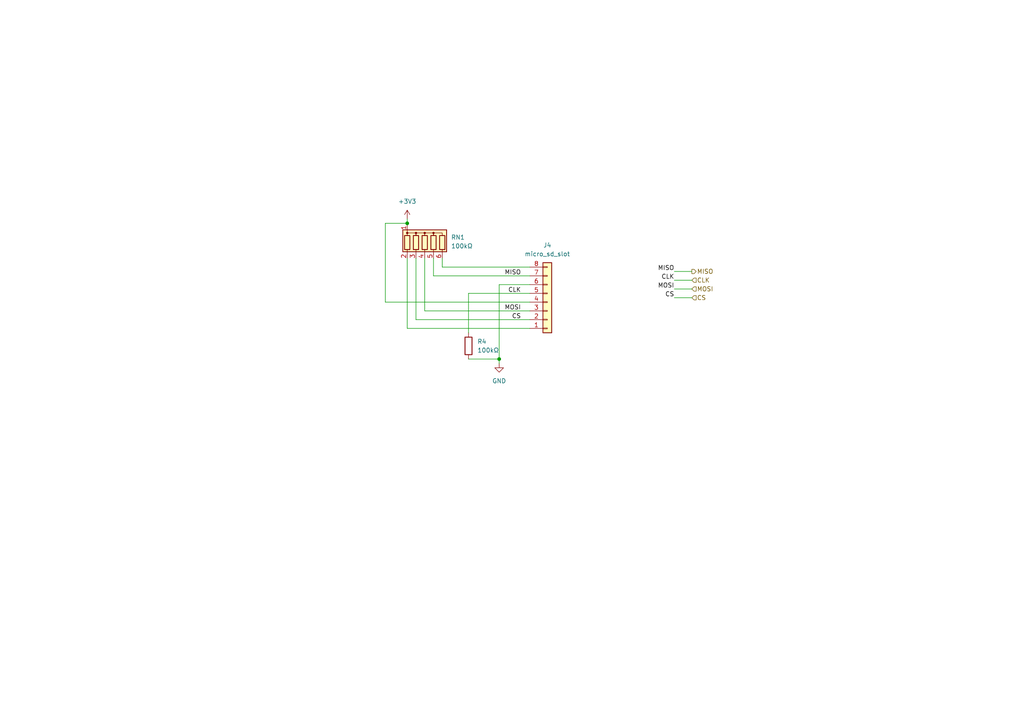
<source format=kicad_sch>
(kicad_sch (version 20230121) (generator eeschema)
  (paper "A4")
  (lib_symbols
    (symbol "Connector_Generic:Conn_01x08" (pin_names (offset 1.016) hide)
      (property "Reference" "J" (at 0 10.16 0))
      (property "Value" "Conn_01x08" (at 0 -12.7 0))
      (symbol "Conn_01x08_1_1"
        (rectangle (start -1.27 -10.033) (end 0 -10.287) (stroke (width 0.1524)))
        (rectangle (start -1.27 -7.493) (end 0 -7.747) (stroke (width 0.1524)))
        (rectangle (start -1.27 -4.953) (end 0 -5.207) (stroke (width 0.1524)))
        (rectangle (start -1.27 -2.413) (end 0 -2.667) (stroke (width 0.1524)))
        (rectangle (start -1.27 0.127) (end 0 -0.127) (stroke (width 0.1524)))
        (rectangle (start -1.27 2.667) (end 0 2.413) (stroke (width 0.1524)))
        (rectangle (start -1.27 5.207) (end 0 4.953) (stroke (width 0.1524)))
        (rectangle (start -1.27 7.747) (end 0 7.493) (stroke (width 0.1524)))
        (rectangle (start -1.27 8.89) (end 1.27 -11.43) (stroke (width 0.254)) (fill (type background)))
        (pin passive line (at -5.08 7.62 0) (length 3.81) (name "Pin_1") (number "1"))
        (pin passive line (at -5.08 5.08 0) (length 3.81) (name "Pin_2") (number "2"))
        (pin passive line (at -5.08 2.54 0) (length 3.81) (name "Pin_3") (number "3"))
        (pin passive line (at -5.08 0 0) (length 3.81) (name "Pin_4") (number "4"))
        (pin passive line (at -5.08 -2.54 0) (length 3.81) (name "Pin_5") (number "5"))
        (pin passive line (at -5.08 -5.08 0) (length 3.81) (name "Pin_6") (number "6"))
        (pin passive line (at -5.08 -7.62 0) (length 3.81) (name "Pin_7") (number "7"))
        (pin passive line (at -5.08 -10.16 0) (length 3.81) (name "Pin_8") (number "8"))
      )
    )
    (symbol "Device:R" (pin_numbers hide) (pin_names (offset 0))
      (property "Reference" "R" (at 2.032 0 90))
      (property "Value" "R" (at 0 0 90))
      (symbol "R_0_1"
        (rectangle (start -1.016 -2.54) (end 1.016 2.54) (stroke (width 0.254)))
      )
      (symbol "R_1_1"
        (pin passive line (at 0 3.81 270) (length 1.27) (name "~") (number "1"))
        (pin passive line (at 0 -3.81 90) (length 1.27) (name "~") (number "2"))
      )
    )
    (symbol "Device:R_Network05" (pin_names (offset 0) hide)
      (property "Reference" "RN" (at -7.62 0 90))
      (property "Value" "R_Network05" (at 7.62 0 90))
      (symbol "R_Network05_0_1"
        (rectangle (start -6.35 -3.175) (end 6.35 3.175) (stroke (width 0.254)) (fill (type background)))
        (rectangle (start -5.842 1.524) (end -4.318 -2.54) (stroke (width 0.254)))
        (circle (center -5.08 2.286) (radius 0.254) (fill (type outline)))
        (rectangle (start -3.302 1.524) (end -1.778 -2.54) (stroke (width 0.254)))
        (circle (center -2.54 2.286) (radius 0.254) (fill (type outline)))
        (rectangle (start -0.762 1.524) (end 0.762 -2.54) (stroke (width 0.254)))
        (polyline (pts (xy -5.08 -2.54) (xy -5.08 -3.81)))
        (polyline (pts (xy -2.54 -2.54) (xy -2.54 -3.81)))
        (polyline (pts (xy 0 -2.54) (xy 0 -3.81)))
        (polyline (pts (xy 2.54 -2.54) (xy 2.54 -3.81)))
        (polyline (pts (xy 5.08 -2.54) (xy 5.08 -3.81)))
        (polyline (pts (xy -5.08 1.524) (xy -5.08 2.286) (xy -2.54 2.286) (xy -2.54 1.524)))
        (polyline (pts (xy -2.54 1.524) (xy -2.54 2.286) (xy 0 2.286) (xy 0 1.524)))
        (polyline (pts (xy 0 1.524) (xy 0 2.286) (xy 2.54 2.286) (xy 2.54 1.524)))
        (polyline (pts (xy 2.54 1.524) (xy 2.54 2.286) (xy 5.08 2.286) (xy 5.08 1.524)))
        (circle (center 0 2.286) (radius 0.254) (fill (type outline)))
        (rectangle (start 1.778 1.524) (end 3.302 -2.54) (stroke (width 0.254)))
        (circle (center 2.54 2.286) (radius 0.254) (fill (type outline)))
        (rectangle (start 4.318 1.524) (end 5.842 -2.54) (stroke (width 0.254)))
      )
      (symbol "R_Network05_1_1"
        (pin passive line (at -5.08 5.08 270) (length 2.54) (name "common") (number "1"))
        (pin passive line (at -5.08 -5.08 90) (length 1.27) (name "R1") (number "2"))
        (pin passive line (at -2.54 -5.08 90) (length 1.27) (name "R2") (number "3"))
        (pin passive line (at 0 -5.08 90) (length 1.27) (name "R3") (number "4"))
        (pin passive line (at 2.54 -5.08 90) (length 1.27) (name "R4") (number "5"))
        (pin passive line (at 5.08 -5.08 90) (length 1.27) (name "R5") (number "6"))
      )
    )
    (symbol "power:+3.3V" (power) (pin_names (offset 0))
      (property "Value" "+3.3V" (at 0 3.556 0))
      (symbol "+3.3V_0_1"
        (polyline (pts (xy -0.762 1.27) (xy 0 2.54)))
        (polyline (pts (xy 0 0) (xy 0 2.54)))
        (polyline (pts (xy 0 2.54) (xy 0.762 1.27)))
      )
      (symbol "+3.3V_1_1"
        (pin power_in line (at 0 0 90) (length 0) hide (name "+3V3") (number "1"))
      )
    )
    (symbol "power:GND" (power) (pin_names (offset 0))
      (property "Value" "GND" (at 0 -3.81 0))
      (symbol "GND_0_1"
        (polyline (pts (xy 0 0) (xy 0 -1.27) (xy 1.27 -1.27) (xy 0 -2.54) (xy -1.27 -1.27) (xy 0 -1.27)))
      )
      (symbol "GND_1_1"
        (pin power_in line (at 0 0 270) (length 0) hide (name "GND") (number "1"))
      )
    )
  )
  (junction (at 118.11 64.77))
  (junction (at 144.78 104.14))
  (wire (pts (xy 125.73 80.01) (xy 153.67 80.01)))
  (wire (pts (xy 123.19 74.93) (xy 123.19 90.17)))
  (wire (pts (xy 123.19 90.17) (xy 153.67 90.17)))
  (wire (pts (xy 118.11 74.93) (xy 118.11 95.25)))
  (wire (pts (xy 153.67 77.47) (xy 128.27 77.47)))
  (wire (pts (xy 120.65 92.71) (xy 153.67 92.71)))
  (wire (pts (xy 135.89 85.09) (xy 153.67 85.09)))
  (wire (pts (xy 144.78 104.14) (xy 144.78 105.41)))
  (wire (pts (xy 125.73 80.01) (xy 125.73 74.93)))
  (wire (pts (xy 153.67 82.55) (xy 144.78 82.55)))
  (wire (pts (xy 195.58 78.74) (xy 200.66 78.74)))
  (wire (pts (xy 111.76 87.63) (xy 153.67 87.63)))
  (wire (pts (xy 111.76 64.77) (xy 118.11 64.77)))
  (wire (pts (xy 120.65 92.71) (xy 120.65 74.93)))
  (wire (pts (xy 135.89 104.14) (xy 144.78 104.14)))
  (wire (pts (xy 128.27 77.47) (xy 128.27 74.93)))
  (wire (pts (xy 195.58 86.36) (xy 200.66 86.36)))
  (wire (pts (xy 195.58 83.82) (xy 200.66 83.82)))
  (wire (pts (xy 195.58 81.28) (xy 200.66 81.28)))
  (wire (pts (xy 135.89 85.09) (xy 135.89 96.52)))
  (wire (pts (xy 118.11 95.25) (xy 153.67 95.25)))
  (wire (pts (xy 111.76 87.63) (xy 111.76 64.77)))
  (wire (pts (xy 144.78 82.55) (xy 144.78 104.14)))
  (wire (pts (xy 118.11 63.5) (xy 118.11 64.77)))
  (label "CLK" (at 195.58 81.28 180))
  (label "MOSI" (at 195.58 83.82 180))
  (label "MISO" (at 195.58 78.74 180))
  (label "CLK" (at 151.13 85.09 180))
  (label "MOSI" (at 151.13 90.17 180))
  (label "MISO" (at 151.13 80.01 180))
  (label "CS" (at 151.13 92.71 180))
  (label "CS" (at 195.58 86.36 180))
  (hierarchical_label "CS" (shape input) (at 200.66 86.36 0))
  (hierarchical_label "MOSI" (shape input) (at 200.66 83.82 0))
  (hierarchical_label "MISO" (shape output) (at 200.66 78.74 0))
  (hierarchical_label "CLK" (shape input) (at 200.66 81.28 0))
  (symbol (lib_id "Device:R_Network05") (at 123.19 69.85 0) (unit 1)
    (property "Reference" "RN1" (at 130.81 68.8339 0) (effects (justify left)))
    (property "Value" "100kΩ" (at 130.81 71.3739 0) (effects (justify left)))
    (property "Footprint" "Resistor_THT:R_Array_SIP6" (effects hide))
    (property "Datasheet" "http://www.vishay.com/docs/31509/csc.pdf" (effects hide))
  )
  (symbol (lib_id "power:GND") (at 144.78 105.41 0) (unit 1)
    (property "Reference" "#PWR018" (effects hide))
    (property "Value" "GND" (at 144.78 110.49 0))
  )
  (symbol (lib_id "Connector_Generic:Conn_01x08") (at 158.75 87.63 0) (mirror x) (unit 1)
    (property "Reference" "J4" (at 158.75 71.12 0))
    (property "Value" "micro_sd_slot" (at 158.75 73.66 0))
    (property "Footprint" "Connector_Card:microSD_HC_Hirose_DM3AT-SF-PEJM5" (effects hide))
  )
  (symbol (lib_id "power:+3.3V") (at 118.11 63.5 0) (unit 1)
    (property "Reference" "#PWR017" (effects hide))
    (property "Value" "+3.3V" (at 118.11 58.42 0))
  )
  (symbol (lib_id "Device:R") (at 135.89 100.33 0) (unit 1)
    (property "Reference" "R4" (at 138.43 99.0599 0) (effects (justify left)))
    (property "Value" "100kΩ" (at 138.43 101.5999 0) (effects (justify left)))
    (property "Footprint" "Resistor_SMD:R_1206_3216Metric_Pad1.30x1.75mm_HandSolder" (effects hide))
  )
)
</source>
